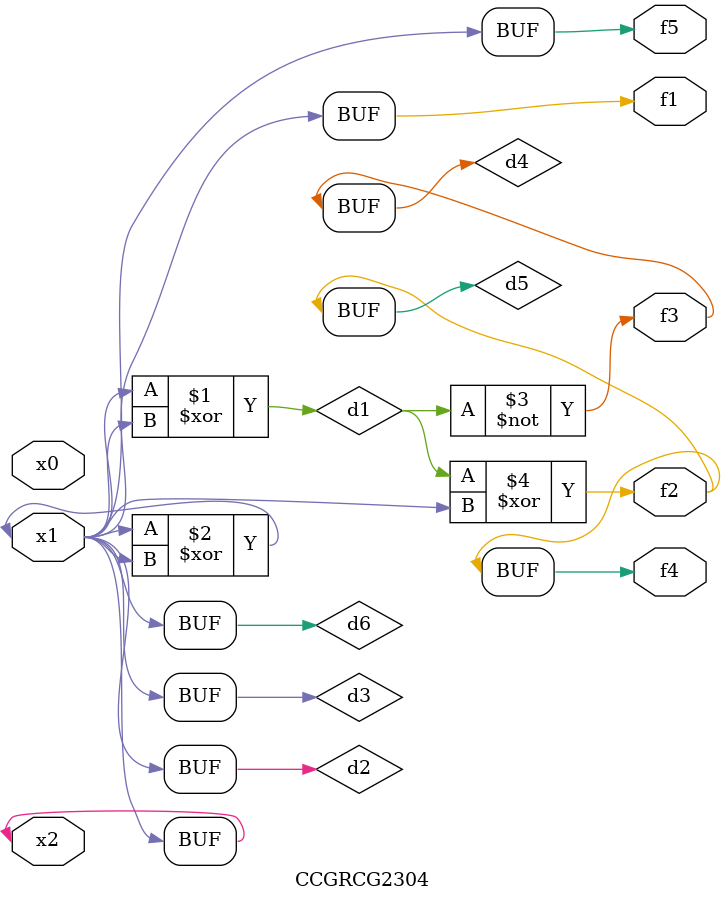
<source format=v>
module CCGRCG2304(
	input x0, x1, x2,
	output f1, f2, f3, f4, f5
);

	wire d1, d2, d3, d4, d5, d6;

	xor (d1, x1, x2);
	buf (d2, x1, x2);
	xor (d3, x1, x2);
	nor (d4, d1);
	xor (d5, d1, d2);
	buf (d6, d2, d3);
	assign f1 = d6;
	assign f2 = d5;
	assign f3 = d4;
	assign f4 = d5;
	assign f5 = d6;
endmodule

</source>
